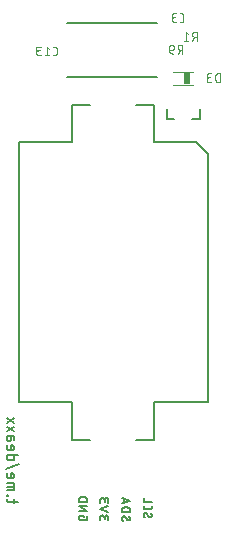
<source format=gbr>
G04 EAGLE Gerber RS-274X export*
G75*
%MOMM*%
%FSLAX34Y34*%
%LPD*%
%INSilkscreen Bottom*%
%IPPOS*%
%AMOC8*
5,1,8,0,0,1.08239X$1,22.5*%
G01*
%ADD10C,0.127000*%
%ADD11C,0.101600*%
%ADD12C,0.203200*%
%ADD13C,0.076200*%
%ADD14C,0.152400*%
%ADD15R,0.600000X1.100000*%


D10*
X102762Y13141D02*
X102762Y14284D01*
X98952Y14284D01*
X98952Y11998D01*
X98954Y11921D01*
X98960Y11844D01*
X98970Y11767D01*
X98983Y11691D01*
X99001Y11616D01*
X99022Y11542D01*
X99047Y11469D01*
X99076Y11397D01*
X99108Y11327D01*
X99143Y11258D01*
X99183Y11192D01*
X99225Y11127D01*
X99271Y11065D01*
X99320Y11005D01*
X99371Y10948D01*
X99426Y10893D01*
X99483Y10842D01*
X99543Y10793D01*
X99605Y10747D01*
X99670Y10705D01*
X99736Y10665D01*
X99805Y10630D01*
X99875Y10598D01*
X99947Y10569D01*
X100020Y10544D01*
X100094Y10523D01*
X100169Y10505D01*
X100245Y10492D01*
X100322Y10482D01*
X100399Y10476D01*
X100476Y10474D01*
X104286Y10474D01*
X104363Y10476D01*
X104440Y10482D01*
X104517Y10492D01*
X104593Y10505D01*
X104668Y10523D01*
X104742Y10544D01*
X104815Y10569D01*
X104887Y10598D01*
X104957Y10630D01*
X105026Y10665D01*
X105092Y10705D01*
X105157Y10747D01*
X105219Y10793D01*
X105279Y10842D01*
X105336Y10893D01*
X105391Y10948D01*
X105442Y11005D01*
X105491Y11065D01*
X105537Y11127D01*
X105579Y11192D01*
X105619Y11258D01*
X105654Y11327D01*
X105686Y11397D01*
X105715Y11469D01*
X105740Y11542D01*
X105761Y11616D01*
X105779Y11691D01*
X105792Y11767D01*
X105802Y11844D01*
X105808Y11921D01*
X105810Y11998D01*
X105810Y14284D01*
X105810Y18277D02*
X98952Y18277D01*
X98952Y22087D02*
X105810Y18277D01*
X105810Y22087D02*
X98952Y22087D01*
X98952Y26080D02*
X105810Y26080D01*
X105810Y27985D01*
X105808Y28070D01*
X105802Y28156D01*
X105793Y28241D01*
X105779Y28325D01*
X105762Y28409D01*
X105741Y28492D01*
X105717Y28574D01*
X105689Y28654D01*
X105657Y28734D01*
X105621Y28812D01*
X105583Y28888D01*
X105540Y28962D01*
X105495Y29034D01*
X105446Y29105D01*
X105394Y29173D01*
X105340Y29238D01*
X105282Y29301D01*
X105221Y29362D01*
X105158Y29420D01*
X105093Y29474D01*
X105025Y29526D01*
X104954Y29575D01*
X104882Y29620D01*
X104808Y29663D01*
X104732Y29701D01*
X104654Y29737D01*
X104574Y29769D01*
X104494Y29797D01*
X104412Y29821D01*
X104329Y29842D01*
X104245Y29859D01*
X104161Y29873D01*
X104076Y29882D01*
X103990Y29888D01*
X103905Y29890D01*
X100857Y29890D01*
X100772Y29888D01*
X100686Y29882D01*
X100601Y29873D01*
X100517Y29859D01*
X100433Y29842D01*
X100350Y29821D01*
X100268Y29797D01*
X100188Y29769D01*
X100108Y29737D01*
X100030Y29701D01*
X99954Y29663D01*
X99880Y29620D01*
X99808Y29575D01*
X99737Y29526D01*
X99669Y29474D01*
X99604Y29420D01*
X99541Y29362D01*
X99480Y29301D01*
X99422Y29238D01*
X99368Y29173D01*
X99316Y29105D01*
X99267Y29034D01*
X99222Y28962D01*
X99179Y28888D01*
X99141Y28812D01*
X99105Y28734D01*
X99073Y28654D01*
X99045Y28574D01*
X99021Y28492D01*
X99000Y28409D01*
X98983Y28325D01*
X98969Y28241D01*
X98960Y28156D01*
X98954Y28070D01*
X98952Y27985D01*
X98952Y26080D01*
X116732Y12720D02*
X116732Y10815D01*
X116732Y12720D02*
X116734Y12805D01*
X116740Y12891D01*
X116749Y12976D01*
X116763Y13060D01*
X116780Y13144D01*
X116801Y13227D01*
X116825Y13309D01*
X116853Y13389D01*
X116885Y13469D01*
X116921Y13547D01*
X116959Y13623D01*
X117002Y13697D01*
X117047Y13769D01*
X117096Y13840D01*
X117148Y13908D01*
X117202Y13973D01*
X117260Y14036D01*
X117321Y14097D01*
X117384Y14155D01*
X117449Y14209D01*
X117517Y14261D01*
X117588Y14310D01*
X117660Y14355D01*
X117734Y14398D01*
X117810Y14436D01*
X117888Y14472D01*
X117968Y14504D01*
X118048Y14532D01*
X118130Y14556D01*
X118213Y14577D01*
X118297Y14594D01*
X118381Y14608D01*
X118466Y14617D01*
X118552Y14623D01*
X118637Y14625D01*
X118722Y14623D01*
X118808Y14617D01*
X118893Y14608D01*
X118977Y14594D01*
X119061Y14577D01*
X119144Y14556D01*
X119226Y14532D01*
X119306Y14504D01*
X119386Y14472D01*
X119464Y14436D01*
X119540Y14398D01*
X119614Y14355D01*
X119686Y14310D01*
X119757Y14261D01*
X119825Y14209D01*
X119890Y14155D01*
X119953Y14097D01*
X120014Y14036D01*
X120072Y13973D01*
X120126Y13908D01*
X120178Y13840D01*
X120227Y13769D01*
X120272Y13697D01*
X120315Y13623D01*
X120353Y13547D01*
X120389Y13469D01*
X120421Y13389D01*
X120449Y13309D01*
X120473Y13227D01*
X120494Y13144D01*
X120511Y13060D01*
X120525Y12976D01*
X120534Y12891D01*
X120540Y12805D01*
X120542Y12720D01*
X123590Y13101D02*
X123590Y10815D01*
X123590Y13101D02*
X123588Y13178D01*
X123582Y13255D01*
X123572Y13332D01*
X123559Y13408D01*
X123541Y13483D01*
X123520Y13557D01*
X123495Y13630D01*
X123466Y13702D01*
X123434Y13772D01*
X123399Y13841D01*
X123359Y13907D01*
X123317Y13972D01*
X123271Y14034D01*
X123222Y14094D01*
X123171Y14151D01*
X123116Y14206D01*
X123059Y14257D01*
X122999Y14306D01*
X122937Y14352D01*
X122872Y14394D01*
X122806Y14434D01*
X122737Y14469D01*
X122667Y14501D01*
X122595Y14530D01*
X122522Y14555D01*
X122448Y14576D01*
X122373Y14594D01*
X122297Y14607D01*
X122220Y14617D01*
X122143Y14623D01*
X122066Y14625D01*
X121989Y14623D01*
X121912Y14617D01*
X121835Y14607D01*
X121759Y14594D01*
X121684Y14576D01*
X121610Y14555D01*
X121537Y14530D01*
X121465Y14501D01*
X121395Y14469D01*
X121326Y14434D01*
X121260Y14394D01*
X121195Y14352D01*
X121133Y14306D01*
X121073Y14257D01*
X121016Y14206D01*
X120961Y14151D01*
X120910Y14094D01*
X120861Y14034D01*
X120815Y13972D01*
X120773Y13907D01*
X120733Y13841D01*
X120698Y13772D01*
X120666Y13702D01*
X120637Y13630D01*
X120612Y13557D01*
X120591Y13483D01*
X120573Y13408D01*
X120560Y13332D01*
X120550Y13255D01*
X120544Y13178D01*
X120542Y13101D01*
X120542Y11577D01*
X123590Y17749D02*
X116732Y20035D01*
X123590Y22321D01*
X116732Y25445D02*
X116732Y27350D01*
X116734Y27435D01*
X116740Y27521D01*
X116749Y27606D01*
X116763Y27690D01*
X116780Y27774D01*
X116801Y27857D01*
X116825Y27939D01*
X116853Y28019D01*
X116885Y28099D01*
X116921Y28177D01*
X116959Y28253D01*
X117002Y28327D01*
X117047Y28399D01*
X117096Y28470D01*
X117148Y28538D01*
X117202Y28603D01*
X117260Y28666D01*
X117321Y28727D01*
X117384Y28785D01*
X117449Y28839D01*
X117517Y28891D01*
X117588Y28940D01*
X117660Y28985D01*
X117734Y29028D01*
X117810Y29066D01*
X117888Y29102D01*
X117968Y29134D01*
X118048Y29162D01*
X118130Y29186D01*
X118213Y29207D01*
X118297Y29224D01*
X118381Y29238D01*
X118466Y29247D01*
X118552Y29253D01*
X118637Y29255D01*
X118722Y29253D01*
X118808Y29247D01*
X118893Y29238D01*
X118977Y29224D01*
X119061Y29207D01*
X119144Y29186D01*
X119226Y29162D01*
X119306Y29134D01*
X119386Y29102D01*
X119464Y29066D01*
X119540Y29028D01*
X119614Y28985D01*
X119686Y28940D01*
X119757Y28891D01*
X119825Y28839D01*
X119890Y28785D01*
X119953Y28727D01*
X120014Y28666D01*
X120072Y28603D01*
X120126Y28538D01*
X120178Y28470D01*
X120227Y28399D01*
X120272Y28327D01*
X120315Y28253D01*
X120353Y28177D01*
X120389Y28099D01*
X120421Y28019D01*
X120449Y27939D01*
X120473Y27857D01*
X120494Y27774D01*
X120511Y27690D01*
X120525Y27606D01*
X120534Y27521D01*
X120540Y27435D01*
X120542Y27350D01*
X123590Y27731D02*
X123590Y25445D01*
X123590Y27731D02*
X123588Y27808D01*
X123582Y27885D01*
X123572Y27962D01*
X123559Y28038D01*
X123541Y28113D01*
X123520Y28187D01*
X123495Y28260D01*
X123466Y28332D01*
X123434Y28402D01*
X123399Y28471D01*
X123359Y28537D01*
X123317Y28602D01*
X123271Y28664D01*
X123222Y28724D01*
X123171Y28781D01*
X123116Y28836D01*
X123059Y28887D01*
X122999Y28936D01*
X122937Y28982D01*
X122872Y29024D01*
X122806Y29064D01*
X122737Y29099D01*
X122667Y29131D01*
X122595Y29160D01*
X122522Y29185D01*
X122448Y29206D01*
X122373Y29224D01*
X122297Y29237D01*
X122220Y29247D01*
X122143Y29253D01*
X122066Y29255D01*
X121989Y29253D01*
X121912Y29247D01*
X121835Y29237D01*
X121759Y29224D01*
X121684Y29206D01*
X121610Y29185D01*
X121537Y29160D01*
X121465Y29131D01*
X121395Y29099D01*
X121326Y29064D01*
X121260Y29024D01*
X121195Y28982D01*
X121133Y28936D01*
X121073Y28887D01*
X121016Y28836D01*
X120961Y28781D01*
X120910Y28724D01*
X120861Y28664D01*
X120815Y28602D01*
X120773Y28537D01*
X120733Y28471D01*
X120698Y28402D01*
X120666Y28332D01*
X120637Y28260D01*
X120612Y28187D01*
X120591Y28113D01*
X120573Y28038D01*
X120560Y27962D01*
X120550Y27885D01*
X120544Y27808D01*
X120542Y27731D01*
X120542Y26207D01*
X135147Y12476D02*
X135149Y12553D01*
X135155Y12630D01*
X135165Y12707D01*
X135178Y12783D01*
X135196Y12858D01*
X135217Y12932D01*
X135242Y13005D01*
X135271Y13077D01*
X135303Y13147D01*
X135338Y13216D01*
X135378Y13282D01*
X135420Y13347D01*
X135466Y13409D01*
X135515Y13469D01*
X135566Y13526D01*
X135621Y13581D01*
X135678Y13632D01*
X135738Y13681D01*
X135800Y13727D01*
X135865Y13769D01*
X135931Y13809D01*
X136000Y13844D01*
X136070Y13876D01*
X136142Y13905D01*
X136215Y13930D01*
X136289Y13951D01*
X136364Y13969D01*
X136440Y13982D01*
X136517Y13992D01*
X136594Y13998D01*
X136671Y14000D01*
X135147Y12476D02*
X135149Y12366D01*
X135155Y12255D01*
X135164Y12145D01*
X135177Y12035D01*
X135194Y11926D01*
X135215Y11818D01*
X135239Y11710D01*
X135268Y11603D01*
X135299Y11497D01*
X135335Y11393D01*
X135374Y11289D01*
X135416Y11187D01*
X135462Y11087D01*
X135512Y10988D01*
X135564Y10891D01*
X135621Y10795D01*
X135680Y10702D01*
X135742Y10611D01*
X135808Y10522D01*
X135876Y10435D01*
X135948Y10351D01*
X136022Y10269D01*
X136099Y10190D01*
X140481Y10380D02*
X140558Y10382D01*
X140635Y10388D01*
X140712Y10398D01*
X140788Y10411D01*
X140863Y10429D01*
X140937Y10450D01*
X141010Y10475D01*
X141082Y10504D01*
X141152Y10536D01*
X141221Y10571D01*
X141287Y10611D01*
X141352Y10653D01*
X141414Y10699D01*
X141474Y10748D01*
X141531Y10799D01*
X141586Y10854D01*
X141637Y10911D01*
X141686Y10971D01*
X141732Y11033D01*
X141774Y11098D01*
X141814Y11164D01*
X141849Y11233D01*
X141881Y11303D01*
X141910Y11375D01*
X141935Y11448D01*
X141956Y11522D01*
X141974Y11597D01*
X141987Y11673D01*
X141997Y11750D01*
X142003Y11827D01*
X142005Y11904D01*
X142006Y11904D02*
X142004Y12006D01*
X141999Y12108D01*
X141990Y12210D01*
X141977Y12311D01*
X141960Y12412D01*
X141941Y12512D01*
X141917Y12612D01*
X141890Y12710D01*
X141859Y12808D01*
X141825Y12904D01*
X141788Y12999D01*
X141747Y13093D01*
X141703Y13185D01*
X141655Y13275D01*
X141605Y13364D01*
X141551Y13451D01*
X141494Y13536D01*
X141434Y13619D01*
X139147Y11142D02*
X139188Y11077D01*
X139231Y11014D01*
X139278Y10954D01*
X139328Y10895D01*
X139380Y10840D01*
X139435Y10787D01*
X139493Y10736D01*
X139553Y10689D01*
X139616Y10645D01*
X139680Y10603D01*
X139746Y10565D01*
X139815Y10531D01*
X139885Y10500D01*
X139956Y10472D01*
X140028Y10448D01*
X140102Y10427D01*
X140177Y10410D01*
X140252Y10397D01*
X140328Y10388D01*
X140404Y10382D01*
X140481Y10380D01*
X138005Y13238D02*
X137964Y13303D01*
X137921Y13366D01*
X137874Y13426D01*
X137824Y13485D01*
X137772Y13540D01*
X137717Y13593D01*
X137659Y13644D01*
X137599Y13691D01*
X137536Y13735D01*
X137472Y13777D01*
X137406Y13815D01*
X137337Y13849D01*
X137267Y13880D01*
X137196Y13908D01*
X137124Y13932D01*
X137050Y13953D01*
X136975Y13970D01*
X136900Y13983D01*
X136824Y13992D01*
X136748Y13998D01*
X136671Y14000D01*
X138005Y13238D02*
X139148Y11142D01*
X142005Y17505D02*
X135147Y17505D01*
X142005Y17505D02*
X142005Y19410D01*
X142003Y19495D01*
X141997Y19581D01*
X141988Y19666D01*
X141974Y19750D01*
X141957Y19834D01*
X141936Y19917D01*
X141912Y19999D01*
X141884Y20079D01*
X141852Y20159D01*
X141816Y20237D01*
X141778Y20313D01*
X141735Y20387D01*
X141690Y20459D01*
X141641Y20530D01*
X141589Y20598D01*
X141535Y20663D01*
X141477Y20726D01*
X141416Y20787D01*
X141353Y20845D01*
X141288Y20899D01*
X141220Y20951D01*
X141149Y21000D01*
X141077Y21045D01*
X141003Y21088D01*
X140927Y21126D01*
X140849Y21162D01*
X140769Y21194D01*
X140689Y21222D01*
X140607Y21246D01*
X140524Y21267D01*
X140440Y21284D01*
X140356Y21298D01*
X140271Y21307D01*
X140185Y21313D01*
X140100Y21315D01*
X137052Y21315D01*
X136967Y21313D01*
X136881Y21307D01*
X136796Y21298D01*
X136712Y21284D01*
X136628Y21267D01*
X136545Y21246D01*
X136463Y21222D01*
X136383Y21194D01*
X136303Y21162D01*
X136225Y21126D01*
X136149Y21088D01*
X136075Y21045D01*
X136003Y21000D01*
X135932Y20951D01*
X135864Y20899D01*
X135799Y20845D01*
X135736Y20787D01*
X135675Y20726D01*
X135617Y20663D01*
X135563Y20598D01*
X135511Y20530D01*
X135462Y20459D01*
X135417Y20387D01*
X135374Y20313D01*
X135336Y20237D01*
X135300Y20159D01*
X135268Y20079D01*
X135240Y19999D01*
X135216Y19917D01*
X135195Y19834D01*
X135178Y19750D01*
X135164Y19666D01*
X135155Y19581D01*
X135149Y19495D01*
X135147Y19410D01*
X135147Y17505D01*
X135147Y24683D02*
X142005Y26969D01*
X135147Y29255D01*
X136862Y28684D02*
X136862Y25255D01*
X153562Y15061D02*
X153564Y15138D01*
X153570Y15215D01*
X153580Y15292D01*
X153593Y15368D01*
X153611Y15443D01*
X153632Y15517D01*
X153657Y15590D01*
X153686Y15662D01*
X153718Y15732D01*
X153753Y15801D01*
X153793Y15867D01*
X153835Y15932D01*
X153881Y15994D01*
X153930Y16054D01*
X153981Y16111D01*
X154036Y16166D01*
X154093Y16217D01*
X154153Y16266D01*
X154215Y16312D01*
X154280Y16354D01*
X154346Y16394D01*
X154415Y16429D01*
X154485Y16461D01*
X154557Y16490D01*
X154630Y16515D01*
X154704Y16536D01*
X154779Y16554D01*
X154855Y16567D01*
X154932Y16577D01*
X155009Y16583D01*
X155086Y16585D01*
X153562Y15061D02*
X153564Y14951D01*
X153570Y14840D01*
X153579Y14730D01*
X153592Y14620D01*
X153609Y14511D01*
X153630Y14403D01*
X153654Y14295D01*
X153683Y14188D01*
X153714Y14082D01*
X153750Y13978D01*
X153789Y13874D01*
X153831Y13772D01*
X153877Y13672D01*
X153927Y13573D01*
X153979Y13476D01*
X154036Y13380D01*
X154095Y13287D01*
X154157Y13196D01*
X154223Y13107D01*
X154291Y13020D01*
X154363Y12936D01*
X154437Y12854D01*
X154514Y12775D01*
X158896Y12965D02*
X158973Y12967D01*
X159050Y12973D01*
X159127Y12983D01*
X159203Y12996D01*
X159278Y13014D01*
X159352Y13035D01*
X159425Y13060D01*
X159497Y13089D01*
X159567Y13121D01*
X159636Y13156D01*
X159702Y13196D01*
X159767Y13238D01*
X159829Y13284D01*
X159889Y13333D01*
X159946Y13384D01*
X160001Y13439D01*
X160052Y13496D01*
X160101Y13556D01*
X160147Y13618D01*
X160189Y13683D01*
X160229Y13749D01*
X160264Y13818D01*
X160296Y13888D01*
X160325Y13960D01*
X160350Y14033D01*
X160371Y14107D01*
X160389Y14182D01*
X160402Y14258D01*
X160412Y14335D01*
X160418Y14412D01*
X160420Y14489D01*
X160421Y14489D02*
X160419Y14591D01*
X160414Y14693D01*
X160405Y14795D01*
X160392Y14896D01*
X160375Y14997D01*
X160356Y15097D01*
X160332Y15197D01*
X160305Y15295D01*
X160274Y15393D01*
X160240Y15489D01*
X160203Y15584D01*
X160162Y15678D01*
X160118Y15770D01*
X160070Y15860D01*
X160020Y15949D01*
X159966Y16036D01*
X159909Y16121D01*
X159849Y16204D01*
X157562Y13727D02*
X157603Y13662D01*
X157646Y13599D01*
X157693Y13539D01*
X157743Y13480D01*
X157795Y13425D01*
X157850Y13372D01*
X157908Y13321D01*
X157968Y13274D01*
X158031Y13230D01*
X158095Y13188D01*
X158161Y13150D01*
X158230Y13116D01*
X158300Y13085D01*
X158371Y13057D01*
X158443Y13033D01*
X158517Y13012D01*
X158592Y12995D01*
X158667Y12982D01*
X158743Y12973D01*
X158819Y12967D01*
X158896Y12965D01*
X156420Y15823D02*
X156379Y15888D01*
X156336Y15951D01*
X156289Y16011D01*
X156239Y16070D01*
X156187Y16125D01*
X156132Y16178D01*
X156074Y16229D01*
X156014Y16276D01*
X155951Y16320D01*
X155887Y16362D01*
X155821Y16400D01*
X155752Y16434D01*
X155682Y16465D01*
X155611Y16493D01*
X155539Y16517D01*
X155465Y16538D01*
X155390Y16555D01*
X155315Y16568D01*
X155239Y16577D01*
X155163Y16583D01*
X155086Y16585D01*
X156420Y15823D02*
X157563Y13727D01*
X153562Y21339D02*
X153562Y22863D01*
X153562Y21339D02*
X153564Y21262D01*
X153570Y21185D01*
X153580Y21108D01*
X153593Y21032D01*
X153611Y20957D01*
X153632Y20883D01*
X153657Y20810D01*
X153686Y20738D01*
X153718Y20668D01*
X153753Y20599D01*
X153793Y20533D01*
X153835Y20468D01*
X153881Y20406D01*
X153930Y20346D01*
X153981Y20289D01*
X154036Y20234D01*
X154093Y20183D01*
X154153Y20134D01*
X154215Y20088D01*
X154280Y20046D01*
X154346Y20006D01*
X154415Y19971D01*
X154485Y19939D01*
X154557Y19910D01*
X154630Y19885D01*
X154704Y19864D01*
X154779Y19846D01*
X154855Y19833D01*
X154932Y19823D01*
X155009Y19817D01*
X155086Y19815D01*
X158896Y19815D01*
X158973Y19817D01*
X159050Y19823D01*
X159127Y19833D01*
X159203Y19846D01*
X159278Y19864D01*
X159352Y19885D01*
X159425Y19910D01*
X159497Y19939D01*
X159567Y19971D01*
X159636Y20006D01*
X159702Y20046D01*
X159767Y20088D01*
X159829Y20134D01*
X159889Y20183D01*
X159946Y20234D01*
X160001Y20289D01*
X160052Y20346D01*
X160101Y20406D01*
X160147Y20468D01*
X160189Y20533D01*
X160229Y20599D01*
X160264Y20668D01*
X160296Y20738D01*
X160325Y20810D01*
X160350Y20883D01*
X160371Y20957D01*
X160389Y21032D01*
X160402Y21108D01*
X160412Y21185D01*
X160418Y21262D01*
X160420Y21339D01*
X160420Y22863D01*
X160420Y26207D02*
X153562Y26207D01*
X153562Y29255D01*
X44007Y28138D02*
X44007Y25175D01*
X46970Y26163D02*
X39562Y26163D01*
X39562Y26162D02*
X39487Y26164D01*
X39412Y26170D01*
X39338Y26179D01*
X39264Y26192D01*
X39191Y26209D01*
X39118Y26230D01*
X39047Y26254D01*
X38978Y26282D01*
X38909Y26313D01*
X38843Y26348D01*
X38778Y26386D01*
X38715Y26428D01*
X38655Y26472D01*
X38597Y26520D01*
X38541Y26570D01*
X38488Y26623D01*
X38438Y26679D01*
X38390Y26737D01*
X38346Y26797D01*
X38304Y26860D01*
X38266Y26925D01*
X38231Y26991D01*
X38200Y27060D01*
X38172Y27129D01*
X38148Y27200D01*
X38127Y27273D01*
X38110Y27346D01*
X38097Y27420D01*
X38088Y27494D01*
X38082Y27569D01*
X38080Y27644D01*
X38080Y28138D01*
X38080Y31381D02*
X38574Y31381D01*
X38574Y31875D01*
X38080Y31875D01*
X38080Y31381D01*
X38080Y35980D02*
X44007Y35980D01*
X44007Y40425D01*
X44005Y40500D01*
X43999Y40575D01*
X43990Y40649D01*
X43977Y40723D01*
X43960Y40796D01*
X43939Y40869D01*
X43915Y40940D01*
X43887Y41009D01*
X43856Y41078D01*
X43821Y41144D01*
X43783Y41209D01*
X43741Y41272D01*
X43697Y41332D01*
X43649Y41390D01*
X43599Y41446D01*
X43546Y41499D01*
X43490Y41549D01*
X43432Y41597D01*
X43372Y41641D01*
X43309Y41683D01*
X43244Y41721D01*
X43178Y41756D01*
X43109Y41787D01*
X43040Y41815D01*
X42969Y41839D01*
X42896Y41860D01*
X42823Y41877D01*
X42749Y41890D01*
X42675Y41899D01*
X42600Y41905D01*
X42525Y41907D01*
X38080Y41907D01*
X38080Y38943D02*
X44007Y38943D01*
X38080Y47898D02*
X38080Y50368D01*
X38080Y47898D02*
X38082Y47823D01*
X38088Y47748D01*
X38097Y47674D01*
X38110Y47600D01*
X38127Y47527D01*
X38148Y47454D01*
X38172Y47383D01*
X38200Y47314D01*
X38231Y47245D01*
X38266Y47179D01*
X38304Y47114D01*
X38346Y47051D01*
X38390Y46991D01*
X38438Y46933D01*
X38488Y46877D01*
X38541Y46824D01*
X38597Y46774D01*
X38655Y46726D01*
X38715Y46682D01*
X38778Y46640D01*
X38843Y46602D01*
X38909Y46567D01*
X38978Y46536D01*
X39047Y46508D01*
X39118Y46484D01*
X39191Y46463D01*
X39264Y46446D01*
X39338Y46433D01*
X39412Y46424D01*
X39487Y46418D01*
X39562Y46416D01*
X39562Y46417D02*
X42031Y46417D01*
X42031Y46416D02*
X42118Y46418D01*
X42206Y46424D01*
X42293Y46433D01*
X42379Y46447D01*
X42465Y46464D01*
X42549Y46485D01*
X42633Y46510D01*
X42716Y46539D01*
X42797Y46571D01*
X42877Y46606D01*
X42955Y46645D01*
X43032Y46688D01*
X43106Y46734D01*
X43178Y46783D01*
X43248Y46835D01*
X43316Y46891D01*
X43381Y46949D01*
X43444Y47010D01*
X43503Y47074D01*
X43560Y47141D01*
X43614Y47209D01*
X43665Y47281D01*
X43712Y47354D01*
X43757Y47429D01*
X43798Y47507D01*
X43835Y47586D01*
X43869Y47666D01*
X43899Y47748D01*
X43926Y47831D01*
X43949Y47916D01*
X43968Y48001D01*
X43983Y48087D01*
X43995Y48174D01*
X44003Y48261D01*
X44007Y48348D01*
X44007Y48436D01*
X44003Y48523D01*
X43995Y48610D01*
X43983Y48697D01*
X43968Y48783D01*
X43949Y48868D01*
X43926Y48953D01*
X43899Y49036D01*
X43869Y49118D01*
X43835Y49198D01*
X43798Y49277D01*
X43757Y49355D01*
X43712Y49430D01*
X43665Y49503D01*
X43614Y49575D01*
X43560Y49643D01*
X43503Y49710D01*
X43444Y49774D01*
X43381Y49835D01*
X43316Y49893D01*
X43248Y49949D01*
X43178Y50001D01*
X43106Y50050D01*
X43032Y50096D01*
X42955Y50139D01*
X42877Y50178D01*
X42797Y50213D01*
X42716Y50245D01*
X42633Y50274D01*
X42549Y50299D01*
X42465Y50320D01*
X42379Y50337D01*
X42293Y50351D01*
X42206Y50360D01*
X42118Y50366D01*
X42031Y50368D01*
X41043Y50368D01*
X41043Y46417D01*
X37092Y54036D02*
X47958Y57988D01*
X46970Y65547D02*
X38080Y65547D01*
X38080Y63078D01*
X38082Y63003D01*
X38088Y62928D01*
X38097Y62854D01*
X38110Y62780D01*
X38127Y62707D01*
X38148Y62634D01*
X38172Y62563D01*
X38200Y62494D01*
X38231Y62425D01*
X38266Y62359D01*
X38304Y62294D01*
X38346Y62231D01*
X38390Y62171D01*
X38438Y62113D01*
X38488Y62057D01*
X38541Y62004D01*
X38597Y61954D01*
X38655Y61906D01*
X38715Y61862D01*
X38778Y61820D01*
X38843Y61782D01*
X38909Y61747D01*
X38978Y61716D01*
X39047Y61688D01*
X39118Y61664D01*
X39191Y61643D01*
X39264Y61626D01*
X39338Y61613D01*
X39412Y61604D01*
X39487Y61598D01*
X39562Y61596D01*
X42525Y61596D01*
X42600Y61598D01*
X42675Y61604D01*
X42749Y61613D01*
X42823Y61626D01*
X42896Y61643D01*
X42969Y61664D01*
X43040Y61688D01*
X43109Y61716D01*
X43178Y61747D01*
X43244Y61782D01*
X43309Y61820D01*
X43372Y61862D01*
X43432Y61906D01*
X43490Y61954D01*
X43546Y62004D01*
X43599Y62057D01*
X43649Y62113D01*
X43697Y62171D01*
X43741Y62231D01*
X43783Y62294D01*
X43821Y62359D01*
X43856Y62425D01*
X43887Y62494D01*
X43915Y62563D01*
X43939Y62634D01*
X43960Y62707D01*
X43977Y62780D01*
X43990Y62854D01*
X43999Y62928D01*
X44005Y63003D01*
X44007Y63078D01*
X44007Y65547D01*
X38080Y71368D02*
X38080Y73837D01*
X38080Y71368D02*
X38082Y71293D01*
X38088Y71218D01*
X38097Y71144D01*
X38110Y71070D01*
X38127Y70997D01*
X38148Y70924D01*
X38172Y70853D01*
X38200Y70784D01*
X38231Y70715D01*
X38266Y70649D01*
X38304Y70584D01*
X38346Y70521D01*
X38390Y70461D01*
X38438Y70403D01*
X38488Y70347D01*
X38541Y70294D01*
X38597Y70244D01*
X38655Y70196D01*
X38715Y70152D01*
X38778Y70110D01*
X38843Y70072D01*
X38909Y70037D01*
X38978Y70006D01*
X39047Y69978D01*
X39118Y69954D01*
X39191Y69933D01*
X39264Y69916D01*
X39338Y69903D01*
X39412Y69894D01*
X39487Y69888D01*
X39562Y69886D01*
X42031Y69886D01*
X42118Y69888D01*
X42206Y69894D01*
X42293Y69903D01*
X42379Y69917D01*
X42465Y69934D01*
X42549Y69955D01*
X42633Y69980D01*
X42716Y70009D01*
X42797Y70041D01*
X42877Y70076D01*
X42955Y70115D01*
X43032Y70158D01*
X43106Y70204D01*
X43178Y70253D01*
X43248Y70305D01*
X43316Y70361D01*
X43381Y70419D01*
X43444Y70480D01*
X43503Y70544D01*
X43560Y70611D01*
X43614Y70679D01*
X43665Y70751D01*
X43712Y70824D01*
X43757Y70899D01*
X43798Y70977D01*
X43835Y71056D01*
X43869Y71136D01*
X43899Y71218D01*
X43926Y71301D01*
X43949Y71386D01*
X43968Y71471D01*
X43983Y71557D01*
X43995Y71644D01*
X44003Y71731D01*
X44007Y71818D01*
X44007Y71906D01*
X44003Y71993D01*
X43995Y72080D01*
X43983Y72167D01*
X43968Y72253D01*
X43949Y72338D01*
X43926Y72423D01*
X43899Y72506D01*
X43869Y72588D01*
X43835Y72668D01*
X43798Y72747D01*
X43757Y72825D01*
X43712Y72900D01*
X43665Y72973D01*
X43614Y73045D01*
X43560Y73113D01*
X43503Y73180D01*
X43444Y73244D01*
X43381Y73305D01*
X43316Y73363D01*
X43248Y73419D01*
X43178Y73471D01*
X43106Y73520D01*
X43032Y73566D01*
X42955Y73609D01*
X42877Y73648D01*
X42797Y73683D01*
X42716Y73715D01*
X42633Y73744D01*
X42549Y73769D01*
X42465Y73790D01*
X42379Y73807D01*
X42293Y73821D01*
X42206Y73830D01*
X42118Y73836D01*
X42031Y73838D01*
X42031Y73837D02*
X41043Y73837D01*
X41043Y69886D01*
X41537Y79479D02*
X41537Y81702D01*
X41538Y79479D02*
X41536Y79397D01*
X41530Y79315D01*
X41520Y79233D01*
X41507Y79152D01*
X41489Y79071D01*
X41468Y78992D01*
X41443Y78913D01*
X41414Y78836D01*
X41382Y78761D01*
X41346Y78687D01*
X41306Y78615D01*
X41264Y78544D01*
X41217Y78476D01*
X41168Y78410D01*
X41116Y78347D01*
X41060Y78286D01*
X41002Y78228D01*
X40941Y78172D01*
X40878Y78120D01*
X40812Y78071D01*
X40744Y78024D01*
X40674Y77982D01*
X40601Y77942D01*
X40527Y77906D01*
X40452Y77874D01*
X40375Y77845D01*
X40296Y77820D01*
X40217Y77799D01*
X40136Y77781D01*
X40055Y77768D01*
X39973Y77758D01*
X39891Y77752D01*
X39809Y77750D01*
X39727Y77752D01*
X39645Y77758D01*
X39563Y77768D01*
X39482Y77781D01*
X39401Y77799D01*
X39322Y77820D01*
X39243Y77845D01*
X39166Y77874D01*
X39091Y77906D01*
X39017Y77942D01*
X38945Y77982D01*
X38874Y78024D01*
X38806Y78071D01*
X38740Y78120D01*
X38677Y78172D01*
X38616Y78228D01*
X38558Y78286D01*
X38502Y78347D01*
X38450Y78410D01*
X38401Y78476D01*
X38354Y78544D01*
X38312Y78615D01*
X38272Y78687D01*
X38236Y78761D01*
X38204Y78836D01*
X38175Y78913D01*
X38150Y78992D01*
X38129Y79071D01*
X38111Y79152D01*
X38098Y79233D01*
X38088Y79315D01*
X38082Y79397D01*
X38080Y79479D01*
X38080Y81702D01*
X42525Y81702D01*
X42600Y81700D01*
X42675Y81694D01*
X42749Y81685D01*
X42823Y81672D01*
X42896Y81655D01*
X42969Y81634D01*
X43040Y81610D01*
X43109Y81582D01*
X43178Y81551D01*
X43244Y81516D01*
X43309Y81478D01*
X43372Y81436D01*
X43432Y81392D01*
X43490Y81344D01*
X43546Y81294D01*
X43599Y81241D01*
X43649Y81185D01*
X43697Y81127D01*
X43741Y81067D01*
X43783Y81004D01*
X43821Y80939D01*
X43856Y80873D01*
X43887Y80804D01*
X43915Y80735D01*
X43939Y80664D01*
X43960Y80591D01*
X43977Y80518D01*
X43990Y80444D01*
X43999Y80370D01*
X44005Y80295D01*
X44007Y80220D01*
X44007Y78244D01*
X38080Y85736D02*
X44007Y89687D01*
X44007Y85736D02*
X38080Y89687D01*
X38080Y93051D02*
X44007Y97002D01*
X44007Y93051D02*
X38080Y97002D01*
X88733Y431800D02*
X164733Y431800D01*
X164733Y385800D02*
X88733Y385800D01*
D11*
X78227Y404230D02*
X76647Y404230D01*
X78227Y404230D02*
X78305Y404232D01*
X78382Y404238D01*
X78459Y404247D01*
X78535Y404260D01*
X78611Y404277D01*
X78686Y404298D01*
X78759Y404322D01*
X78832Y404350D01*
X78903Y404382D01*
X78972Y404417D01*
X79039Y404455D01*
X79105Y404496D01*
X79168Y404541D01*
X79229Y404589D01*
X79288Y404639D01*
X79344Y404693D01*
X79398Y404749D01*
X79448Y404808D01*
X79496Y404869D01*
X79541Y404932D01*
X79582Y404998D01*
X79620Y405065D01*
X79655Y405134D01*
X79687Y405205D01*
X79715Y405278D01*
X79739Y405351D01*
X79760Y405426D01*
X79777Y405502D01*
X79790Y405578D01*
X79799Y405655D01*
X79805Y405732D01*
X79807Y405810D01*
X79808Y405810D02*
X79808Y409762D01*
X79807Y409762D02*
X79805Y409840D01*
X79799Y409917D01*
X79790Y409994D01*
X79777Y410070D01*
X79760Y410146D01*
X79739Y410221D01*
X79715Y410294D01*
X79687Y410367D01*
X79655Y410438D01*
X79620Y410507D01*
X79582Y410574D01*
X79541Y410640D01*
X79496Y410703D01*
X79448Y410764D01*
X79398Y410823D01*
X79344Y410879D01*
X79288Y410933D01*
X79229Y410983D01*
X79168Y411031D01*
X79105Y411076D01*
X79039Y411117D01*
X78972Y411155D01*
X78903Y411190D01*
X78832Y411222D01*
X78759Y411250D01*
X78686Y411274D01*
X78611Y411295D01*
X78535Y411312D01*
X78459Y411325D01*
X78382Y411334D01*
X78305Y411340D01*
X78227Y411342D01*
X76647Y411342D01*
X73685Y409762D02*
X71709Y411342D01*
X71709Y404230D01*
X73685Y404230D02*
X69733Y404230D01*
X66369Y404230D02*
X64394Y404230D01*
X64307Y404232D01*
X64219Y404238D01*
X64132Y404247D01*
X64046Y404261D01*
X63960Y404278D01*
X63876Y404299D01*
X63792Y404324D01*
X63709Y404353D01*
X63628Y404385D01*
X63548Y404420D01*
X63470Y404459D01*
X63393Y404502D01*
X63319Y404548D01*
X63247Y404597D01*
X63177Y404649D01*
X63109Y404705D01*
X63044Y404763D01*
X62981Y404824D01*
X62922Y404888D01*
X62865Y404955D01*
X62811Y405023D01*
X62760Y405095D01*
X62713Y405168D01*
X62668Y405243D01*
X62627Y405321D01*
X62590Y405400D01*
X62556Y405480D01*
X62526Y405562D01*
X62499Y405645D01*
X62476Y405730D01*
X62457Y405815D01*
X62442Y405901D01*
X62430Y405988D01*
X62422Y406075D01*
X62418Y406162D01*
X62418Y406250D01*
X62422Y406337D01*
X62430Y406424D01*
X62442Y406511D01*
X62457Y406597D01*
X62476Y406682D01*
X62499Y406767D01*
X62526Y406850D01*
X62556Y406932D01*
X62590Y407012D01*
X62627Y407091D01*
X62668Y407169D01*
X62713Y407244D01*
X62760Y407317D01*
X62811Y407389D01*
X62865Y407457D01*
X62922Y407524D01*
X62981Y407588D01*
X63044Y407649D01*
X63109Y407707D01*
X63177Y407763D01*
X63247Y407815D01*
X63319Y407864D01*
X63393Y407910D01*
X63470Y407953D01*
X63548Y407992D01*
X63628Y408027D01*
X63709Y408059D01*
X63792Y408088D01*
X63876Y408113D01*
X63960Y408134D01*
X64046Y408151D01*
X64132Y408165D01*
X64219Y408174D01*
X64307Y408180D01*
X64394Y408182D01*
X63999Y411342D02*
X66369Y411342D01*
X63999Y411342D02*
X63920Y411340D01*
X63842Y411334D01*
X63764Y411324D01*
X63686Y411311D01*
X63609Y411293D01*
X63533Y411272D01*
X63459Y411247D01*
X63385Y411218D01*
X63313Y411186D01*
X63243Y411150D01*
X63175Y411110D01*
X63109Y411067D01*
X63045Y411021D01*
X62983Y410972D01*
X62924Y410920D01*
X62868Y410865D01*
X62814Y410807D01*
X62764Y410747D01*
X62716Y410684D01*
X62672Y410619D01*
X62631Y410552D01*
X62593Y410483D01*
X62559Y410412D01*
X62528Y410339D01*
X62501Y410265D01*
X62478Y410190D01*
X62459Y410114D01*
X62443Y410036D01*
X62431Y409958D01*
X62423Y409880D01*
X62419Y409801D01*
X62419Y409723D01*
X62423Y409644D01*
X62431Y409566D01*
X62443Y409488D01*
X62459Y409410D01*
X62478Y409334D01*
X62501Y409259D01*
X62528Y409185D01*
X62559Y409112D01*
X62593Y409041D01*
X62631Y408972D01*
X62672Y408905D01*
X62716Y408840D01*
X62764Y408777D01*
X62814Y408717D01*
X62868Y408659D01*
X62924Y408604D01*
X62983Y408552D01*
X63045Y408503D01*
X63109Y408457D01*
X63175Y408414D01*
X63243Y408374D01*
X63313Y408338D01*
X63385Y408306D01*
X63459Y408277D01*
X63533Y408252D01*
X63609Y408231D01*
X63686Y408213D01*
X63764Y408200D01*
X63842Y408190D01*
X63920Y408184D01*
X63999Y408182D01*
X63999Y408181D02*
X65579Y408181D01*
D12*
X172981Y358649D02*
X172981Y350521D01*
X179569Y350521D01*
X201429Y350521D02*
X201429Y358649D01*
X201429Y350521D02*
X194841Y350521D01*
D13*
X198627Y416563D02*
X198627Y423929D01*
X196581Y423929D01*
X196492Y423927D01*
X196403Y423921D01*
X196314Y423911D01*
X196226Y423898D01*
X196138Y423881D01*
X196051Y423859D01*
X195966Y423834D01*
X195881Y423806D01*
X195798Y423773D01*
X195716Y423737D01*
X195636Y423698D01*
X195558Y423655D01*
X195482Y423609D01*
X195407Y423559D01*
X195335Y423506D01*
X195266Y423450D01*
X195199Y423391D01*
X195134Y423330D01*
X195073Y423265D01*
X195014Y423198D01*
X194958Y423129D01*
X194905Y423057D01*
X194855Y422982D01*
X194809Y422906D01*
X194766Y422828D01*
X194727Y422748D01*
X194691Y422666D01*
X194658Y422583D01*
X194630Y422498D01*
X194605Y422413D01*
X194583Y422326D01*
X194566Y422238D01*
X194553Y422150D01*
X194543Y422061D01*
X194537Y421972D01*
X194535Y421883D01*
X194537Y421794D01*
X194543Y421705D01*
X194553Y421616D01*
X194566Y421528D01*
X194583Y421440D01*
X194605Y421353D01*
X194630Y421268D01*
X194658Y421183D01*
X194691Y421100D01*
X194727Y421018D01*
X194766Y420938D01*
X194809Y420860D01*
X194855Y420784D01*
X194905Y420709D01*
X194958Y420637D01*
X195014Y420568D01*
X195073Y420501D01*
X195134Y420436D01*
X195199Y420375D01*
X195266Y420316D01*
X195335Y420260D01*
X195407Y420207D01*
X195482Y420157D01*
X195558Y420111D01*
X195636Y420068D01*
X195716Y420029D01*
X195798Y419993D01*
X195881Y419960D01*
X195966Y419932D01*
X196051Y419907D01*
X196138Y419885D01*
X196226Y419868D01*
X196314Y419855D01*
X196403Y419845D01*
X196492Y419839D01*
X196581Y419837D01*
X198627Y419837D01*
X196172Y419837D02*
X194535Y416563D01*
X191363Y422292D02*
X189317Y423929D01*
X189317Y416563D01*
X191363Y416563D02*
X187271Y416563D01*
D11*
X185672Y432458D02*
X184091Y432458D01*
X185672Y432458D02*
X185750Y432460D01*
X185827Y432466D01*
X185904Y432475D01*
X185980Y432488D01*
X186056Y432505D01*
X186131Y432526D01*
X186204Y432550D01*
X186277Y432578D01*
X186348Y432610D01*
X186417Y432645D01*
X186484Y432683D01*
X186550Y432724D01*
X186613Y432769D01*
X186674Y432817D01*
X186733Y432867D01*
X186789Y432921D01*
X186843Y432977D01*
X186893Y433036D01*
X186941Y433097D01*
X186986Y433160D01*
X187027Y433226D01*
X187065Y433293D01*
X187100Y433362D01*
X187132Y433433D01*
X187160Y433506D01*
X187184Y433579D01*
X187205Y433654D01*
X187222Y433730D01*
X187235Y433806D01*
X187244Y433883D01*
X187250Y433960D01*
X187252Y434038D01*
X187252Y437990D01*
X187250Y438068D01*
X187244Y438145D01*
X187235Y438222D01*
X187222Y438298D01*
X187205Y438374D01*
X187184Y438449D01*
X187160Y438522D01*
X187132Y438595D01*
X187100Y438666D01*
X187065Y438735D01*
X187027Y438802D01*
X186986Y438868D01*
X186941Y438931D01*
X186893Y438992D01*
X186843Y439051D01*
X186789Y439107D01*
X186733Y439161D01*
X186674Y439211D01*
X186613Y439259D01*
X186550Y439304D01*
X186484Y439345D01*
X186417Y439383D01*
X186348Y439418D01*
X186277Y439450D01*
X186204Y439478D01*
X186131Y439502D01*
X186056Y439523D01*
X185980Y439540D01*
X185904Y439553D01*
X185827Y439562D01*
X185750Y439568D01*
X185672Y439570D01*
X184091Y439570D01*
X181129Y432458D02*
X179153Y432458D01*
X179066Y432460D01*
X178978Y432466D01*
X178891Y432475D01*
X178805Y432489D01*
X178719Y432506D01*
X178635Y432527D01*
X178551Y432552D01*
X178468Y432581D01*
X178387Y432613D01*
X178307Y432648D01*
X178229Y432687D01*
X178152Y432730D01*
X178078Y432776D01*
X178006Y432825D01*
X177936Y432877D01*
X177868Y432933D01*
X177803Y432991D01*
X177740Y433052D01*
X177681Y433116D01*
X177624Y433183D01*
X177570Y433251D01*
X177519Y433323D01*
X177472Y433396D01*
X177427Y433471D01*
X177386Y433549D01*
X177349Y433628D01*
X177315Y433708D01*
X177285Y433790D01*
X177258Y433873D01*
X177235Y433958D01*
X177216Y434043D01*
X177201Y434129D01*
X177189Y434216D01*
X177181Y434303D01*
X177177Y434390D01*
X177177Y434478D01*
X177181Y434565D01*
X177189Y434652D01*
X177201Y434739D01*
X177216Y434825D01*
X177235Y434910D01*
X177258Y434995D01*
X177285Y435078D01*
X177315Y435160D01*
X177349Y435240D01*
X177386Y435319D01*
X177427Y435397D01*
X177472Y435472D01*
X177519Y435545D01*
X177570Y435617D01*
X177624Y435685D01*
X177681Y435752D01*
X177740Y435816D01*
X177803Y435877D01*
X177868Y435935D01*
X177936Y435991D01*
X178006Y436043D01*
X178078Y436092D01*
X178152Y436138D01*
X178229Y436181D01*
X178307Y436220D01*
X178387Y436255D01*
X178468Y436287D01*
X178551Y436316D01*
X178635Y436341D01*
X178719Y436362D01*
X178805Y436379D01*
X178891Y436393D01*
X178978Y436402D01*
X179066Y436408D01*
X179153Y436410D01*
X178758Y439570D02*
X181129Y439570D01*
X178758Y439570D02*
X178679Y439568D01*
X178601Y439562D01*
X178523Y439552D01*
X178445Y439539D01*
X178368Y439521D01*
X178292Y439500D01*
X178218Y439475D01*
X178144Y439446D01*
X178072Y439414D01*
X178002Y439378D01*
X177934Y439338D01*
X177868Y439295D01*
X177804Y439249D01*
X177742Y439200D01*
X177683Y439148D01*
X177627Y439093D01*
X177573Y439035D01*
X177523Y438975D01*
X177475Y438912D01*
X177431Y438847D01*
X177390Y438780D01*
X177352Y438711D01*
X177318Y438640D01*
X177287Y438567D01*
X177260Y438493D01*
X177237Y438418D01*
X177218Y438342D01*
X177202Y438264D01*
X177190Y438186D01*
X177182Y438108D01*
X177178Y438029D01*
X177178Y437951D01*
X177182Y437872D01*
X177190Y437794D01*
X177202Y437716D01*
X177218Y437638D01*
X177237Y437562D01*
X177260Y437487D01*
X177287Y437413D01*
X177318Y437340D01*
X177352Y437269D01*
X177390Y437200D01*
X177431Y437133D01*
X177475Y437068D01*
X177523Y437005D01*
X177573Y436945D01*
X177627Y436887D01*
X177683Y436832D01*
X177742Y436780D01*
X177804Y436731D01*
X177868Y436685D01*
X177934Y436642D01*
X178002Y436602D01*
X178072Y436566D01*
X178144Y436534D01*
X178218Y436505D01*
X178292Y436480D01*
X178368Y436459D01*
X178445Y436441D01*
X178523Y436428D01*
X178601Y436418D01*
X178679Y436412D01*
X178758Y436410D01*
X178758Y436409D02*
X180339Y436409D01*
D14*
X108331Y362345D02*
X92583Y362345D01*
X92583Y330327D01*
X47625Y330327D01*
X47625Y110363D01*
X92583Y110363D01*
X92583Y78345D01*
X162687Y78345D02*
X162687Y110363D01*
X207645Y110363D01*
X207645Y320327D01*
X197645Y330327D01*
X162687Y330327D01*
X162687Y362345D01*
X146939Y362345D01*
X108077Y78345D02*
X92583Y78345D01*
X146939Y78345D02*
X162687Y78345D01*
D11*
X178190Y390310D02*
X195190Y390310D01*
X195190Y379310D02*
X178190Y379310D01*
D15*
X190190Y384810D03*
D13*
X218397Y381388D02*
X218397Y388754D01*
X216351Y388754D01*
X216262Y388752D01*
X216173Y388746D01*
X216084Y388736D01*
X215996Y388723D01*
X215908Y388706D01*
X215821Y388684D01*
X215736Y388659D01*
X215651Y388631D01*
X215568Y388598D01*
X215486Y388562D01*
X215406Y388523D01*
X215328Y388480D01*
X215252Y388434D01*
X215177Y388384D01*
X215105Y388331D01*
X215036Y388275D01*
X214969Y388216D01*
X214904Y388155D01*
X214843Y388090D01*
X214784Y388023D01*
X214728Y387954D01*
X214675Y387882D01*
X214625Y387807D01*
X214579Y387731D01*
X214536Y387653D01*
X214497Y387573D01*
X214461Y387491D01*
X214428Y387408D01*
X214400Y387323D01*
X214375Y387238D01*
X214353Y387151D01*
X214336Y387063D01*
X214323Y386975D01*
X214313Y386886D01*
X214307Y386797D01*
X214305Y386708D01*
X214305Y383434D01*
X214307Y383345D01*
X214313Y383256D01*
X214323Y383167D01*
X214336Y383079D01*
X214353Y382991D01*
X214375Y382904D01*
X214400Y382819D01*
X214428Y382734D01*
X214461Y382651D01*
X214497Y382569D01*
X214536Y382489D01*
X214579Y382411D01*
X214625Y382335D01*
X214675Y382260D01*
X214728Y382188D01*
X214784Y382119D01*
X214843Y382052D01*
X214904Y381987D01*
X214969Y381926D01*
X215036Y381867D01*
X215105Y381811D01*
X215177Y381758D01*
X215252Y381708D01*
X215328Y381662D01*
X215406Y381619D01*
X215486Y381580D01*
X215568Y381544D01*
X215651Y381511D01*
X215736Y381483D01*
X215821Y381458D01*
X215908Y381436D01*
X215996Y381419D01*
X216084Y381406D01*
X216173Y381396D01*
X216262Y381390D01*
X216351Y381388D01*
X218397Y381388D01*
X210838Y381388D02*
X208792Y381388D01*
X208703Y381390D01*
X208614Y381396D01*
X208525Y381406D01*
X208437Y381419D01*
X208349Y381436D01*
X208262Y381458D01*
X208177Y381483D01*
X208092Y381511D01*
X208009Y381544D01*
X207927Y381580D01*
X207847Y381619D01*
X207769Y381662D01*
X207693Y381708D01*
X207618Y381758D01*
X207546Y381811D01*
X207477Y381867D01*
X207410Y381926D01*
X207345Y381987D01*
X207284Y382052D01*
X207225Y382119D01*
X207169Y382188D01*
X207116Y382260D01*
X207066Y382335D01*
X207020Y382411D01*
X206977Y382489D01*
X206938Y382569D01*
X206902Y382651D01*
X206869Y382734D01*
X206841Y382819D01*
X206816Y382904D01*
X206794Y382991D01*
X206777Y383079D01*
X206764Y383167D01*
X206754Y383256D01*
X206748Y383345D01*
X206746Y383434D01*
X206748Y383523D01*
X206754Y383612D01*
X206764Y383701D01*
X206777Y383789D01*
X206794Y383877D01*
X206816Y383964D01*
X206841Y384049D01*
X206869Y384134D01*
X206902Y384217D01*
X206938Y384299D01*
X206977Y384379D01*
X207020Y384457D01*
X207066Y384533D01*
X207116Y384608D01*
X207169Y384680D01*
X207225Y384749D01*
X207284Y384816D01*
X207345Y384881D01*
X207410Y384942D01*
X207477Y385001D01*
X207546Y385057D01*
X207618Y385110D01*
X207693Y385160D01*
X207769Y385206D01*
X207847Y385249D01*
X207927Y385288D01*
X208009Y385324D01*
X208092Y385357D01*
X208177Y385385D01*
X208262Y385410D01*
X208349Y385432D01*
X208437Y385449D01*
X208525Y385462D01*
X208614Y385472D01*
X208703Y385478D01*
X208792Y385480D01*
X208383Y388754D02*
X210838Y388754D01*
X208383Y388754D02*
X208304Y388752D01*
X208225Y388746D01*
X208146Y388737D01*
X208068Y388724D01*
X207991Y388706D01*
X207915Y388686D01*
X207840Y388661D01*
X207766Y388633D01*
X207693Y388602D01*
X207622Y388566D01*
X207553Y388528D01*
X207486Y388486D01*
X207421Y388441D01*
X207358Y388393D01*
X207297Y388342D01*
X207240Y388288D01*
X207184Y388232D01*
X207132Y388173D01*
X207082Y388111D01*
X207036Y388047D01*
X206992Y387981D01*
X206952Y387913D01*
X206916Y387843D01*
X206882Y387771D01*
X206852Y387697D01*
X206826Y387623D01*
X206803Y387547D01*
X206785Y387470D01*
X206769Y387393D01*
X206758Y387314D01*
X206750Y387236D01*
X206746Y387157D01*
X206746Y387077D01*
X206750Y386998D01*
X206758Y386920D01*
X206769Y386841D01*
X206785Y386764D01*
X206803Y386687D01*
X206826Y386611D01*
X206852Y386537D01*
X206882Y386463D01*
X206916Y386391D01*
X206952Y386321D01*
X206992Y386253D01*
X207036Y386187D01*
X207082Y386123D01*
X207132Y386061D01*
X207184Y386002D01*
X207240Y385946D01*
X207297Y385892D01*
X207358Y385841D01*
X207421Y385793D01*
X207486Y385748D01*
X207553Y385706D01*
X207622Y385668D01*
X207693Y385632D01*
X207766Y385601D01*
X207840Y385573D01*
X207915Y385548D01*
X207991Y385528D01*
X208068Y385510D01*
X208146Y385497D01*
X208225Y385488D01*
X208304Y385482D01*
X208383Y385480D01*
X210020Y385480D01*
X186337Y405588D02*
X186337Y412954D01*
X184291Y412954D01*
X184202Y412952D01*
X184113Y412946D01*
X184024Y412936D01*
X183936Y412923D01*
X183848Y412906D01*
X183761Y412884D01*
X183676Y412859D01*
X183591Y412831D01*
X183508Y412798D01*
X183426Y412762D01*
X183346Y412723D01*
X183268Y412680D01*
X183192Y412634D01*
X183117Y412584D01*
X183045Y412531D01*
X182976Y412475D01*
X182909Y412416D01*
X182844Y412355D01*
X182783Y412290D01*
X182724Y412223D01*
X182668Y412154D01*
X182615Y412082D01*
X182565Y412007D01*
X182519Y411931D01*
X182476Y411853D01*
X182437Y411773D01*
X182401Y411691D01*
X182368Y411608D01*
X182340Y411523D01*
X182315Y411438D01*
X182293Y411351D01*
X182276Y411263D01*
X182263Y411175D01*
X182253Y411086D01*
X182247Y410997D01*
X182245Y410908D01*
X182247Y410819D01*
X182253Y410730D01*
X182263Y410641D01*
X182276Y410553D01*
X182293Y410465D01*
X182315Y410378D01*
X182340Y410293D01*
X182368Y410208D01*
X182401Y410125D01*
X182437Y410043D01*
X182476Y409963D01*
X182519Y409885D01*
X182565Y409809D01*
X182615Y409734D01*
X182668Y409662D01*
X182724Y409593D01*
X182783Y409526D01*
X182844Y409461D01*
X182909Y409400D01*
X182976Y409341D01*
X183045Y409285D01*
X183117Y409232D01*
X183192Y409182D01*
X183268Y409136D01*
X183346Y409093D01*
X183426Y409054D01*
X183508Y409018D01*
X183591Y408985D01*
X183676Y408957D01*
X183761Y408932D01*
X183848Y408910D01*
X183936Y408893D01*
X184024Y408880D01*
X184113Y408870D01*
X184202Y408864D01*
X184291Y408862D01*
X186337Y408862D01*
X183882Y408862D02*
X182245Y405588D01*
X177436Y408862D02*
X174981Y408862D01*
X177436Y408862D02*
X177514Y408864D01*
X177592Y408869D01*
X177669Y408879D01*
X177746Y408892D01*
X177822Y408908D01*
X177897Y408928D01*
X177971Y408952D01*
X178044Y408979D01*
X178116Y409010D01*
X178186Y409044D01*
X178255Y409081D01*
X178321Y409122D01*
X178386Y409166D01*
X178448Y409212D01*
X178508Y409262D01*
X178566Y409314D01*
X178621Y409369D01*
X178673Y409427D01*
X178723Y409487D01*
X178769Y409549D01*
X178813Y409614D01*
X178854Y409681D01*
X178891Y409749D01*
X178925Y409819D01*
X178956Y409891D01*
X178983Y409964D01*
X179007Y410038D01*
X179027Y410113D01*
X179043Y410189D01*
X179056Y410266D01*
X179066Y410343D01*
X179071Y410421D01*
X179073Y410499D01*
X179073Y410908D01*
X179071Y410997D01*
X179065Y411086D01*
X179055Y411175D01*
X179042Y411263D01*
X179025Y411351D01*
X179003Y411438D01*
X178978Y411523D01*
X178950Y411608D01*
X178917Y411691D01*
X178881Y411773D01*
X178842Y411853D01*
X178799Y411931D01*
X178753Y412007D01*
X178703Y412082D01*
X178650Y412154D01*
X178594Y412223D01*
X178535Y412290D01*
X178474Y412355D01*
X178409Y412416D01*
X178342Y412475D01*
X178273Y412531D01*
X178201Y412584D01*
X178126Y412634D01*
X178050Y412680D01*
X177972Y412723D01*
X177892Y412762D01*
X177810Y412798D01*
X177727Y412831D01*
X177642Y412859D01*
X177557Y412884D01*
X177470Y412906D01*
X177382Y412923D01*
X177294Y412936D01*
X177205Y412946D01*
X177116Y412952D01*
X177027Y412954D01*
X176938Y412952D01*
X176849Y412946D01*
X176760Y412936D01*
X176672Y412923D01*
X176584Y412906D01*
X176497Y412884D01*
X176412Y412859D01*
X176327Y412831D01*
X176244Y412798D01*
X176162Y412762D01*
X176082Y412723D01*
X176004Y412680D01*
X175928Y412634D01*
X175853Y412584D01*
X175781Y412531D01*
X175712Y412475D01*
X175645Y412416D01*
X175580Y412355D01*
X175519Y412290D01*
X175460Y412223D01*
X175404Y412154D01*
X175351Y412082D01*
X175301Y412007D01*
X175255Y411931D01*
X175212Y411853D01*
X175173Y411773D01*
X175137Y411691D01*
X175104Y411608D01*
X175076Y411523D01*
X175051Y411438D01*
X175029Y411351D01*
X175012Y411263D01*
X174999Y411175D01*
X174989Y411086D01*
X174983Y410997D01*
X174981Y410908D01*
X174981Y408862D01*
X174983Y408750D01*
X174989Y408639D01*
X174998Y408527D01*
X175011Y408416D01*
X175029Y408306D01*
X175049Y408196D01*
X175074Y408087D01*
X175102Y407979D01*
X175134Y407872D01*
X175170Y407766D01*
X175209Y407661D01*
X175252Y407558D01*
X175298Y407456D01*
X175348Y407356D01*
X175401Y407257D01*
X175458Y407161D01*
X175517Y407066D01*
X175580Y406974D01*
X175646Y406884D01*
X175715Y406796D01*
X175787Y406710D01*
X175862Y406627D01*
X175940Y406547D01*
X176020Y406469D01*
X176103Y406394D01*
X176189Y406322D01*
X176277Y406253D01*
X176367Y406187D01*
X176459Y406124D01*
X176554Y406065D01*
X176650Y406008D01*
X176749Y405955D01*
X176849Y405905D01*
X176951Y405859D01*
X177054Y405816D01*
X177159Y405777D01*
X177265Y405741D01*
X177372Y405709D01*
X177480Y405681D01*
X177589Y405656D01*
X177699Y405636D01*
X177809Y405618D01*
X177920Y405605D01*
X178032Y405596D01*
X178143Y405590D01*
X178255Y405588D01*
M02*

</source>
